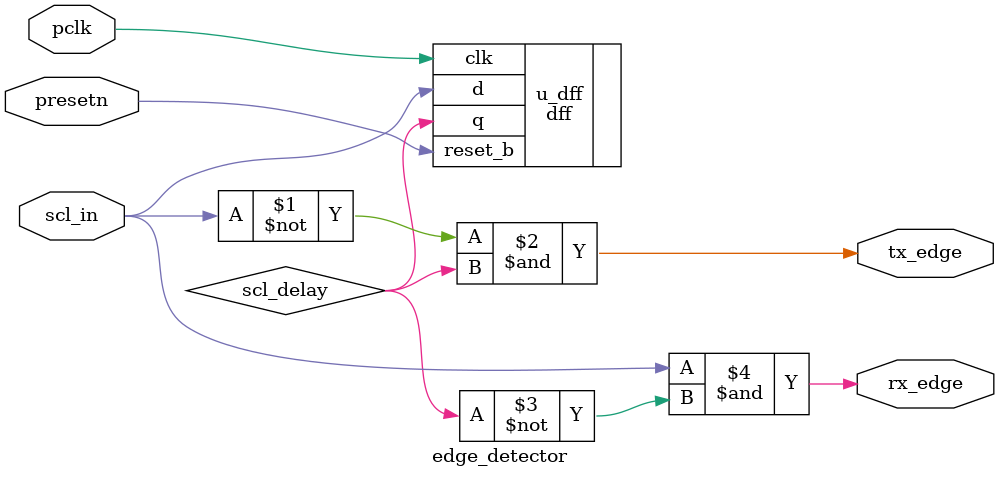
<source format=sv>
module edge_detector (
  input  logic pclk,
  input  logic presetn,
  input  logic scl_in,
  
  output logic tx_edge,
  output logic rx_edge
);

 logic scl_delay;

  dff #(
    .DFF_WIDTH(1)
  ) u_dff (
    .clk     ( pclk      ),
    .reset_b ( presetn   ),
    .d       ( scl_in    ),
    .q       ( scl_delay )
  );

  assign tx_edge = ~ scl_in & scl_delay;
  assign rx_edge = scl_in & (~ scl_delay);

endmodule

</source>
